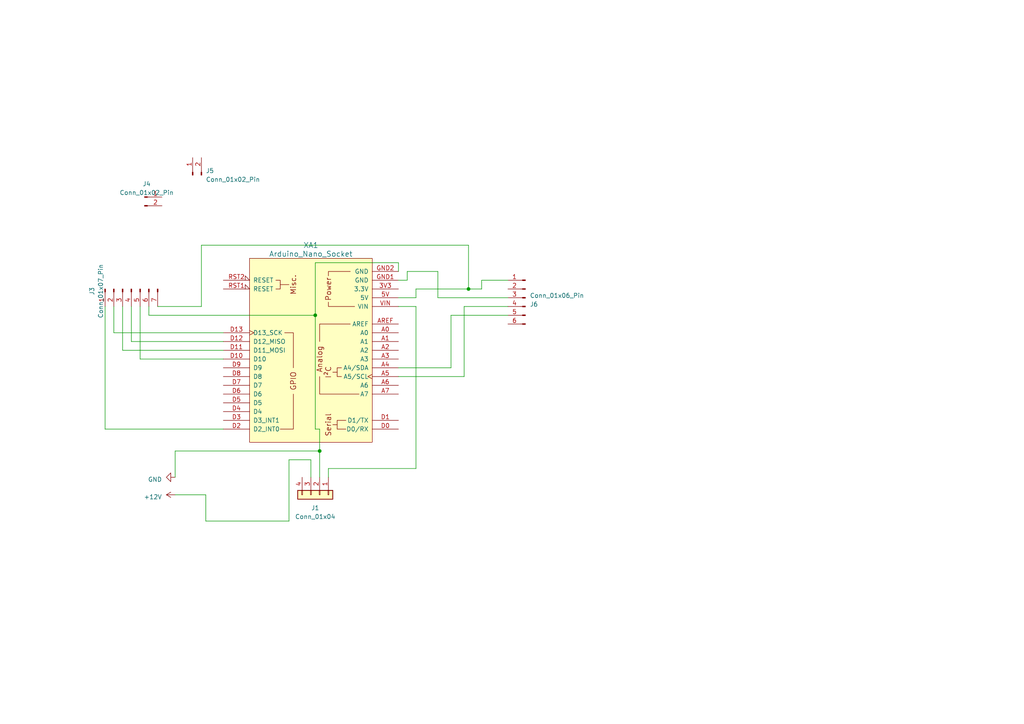
<source format=kicad_sch>
(kicad_sch (version 20230121) (generator eeschema)
  (paper "A4")
  (lib_symbols
    (symbol "Connector:Conn_01x02_Pin" (pin_names (offset 1.016) hide)
      (property "Reference" "J" (at 0 2.54 0))
      (property "Value" "Conn_01x02_Pin" (at 0 -5.08 0))
      (symbol "Conn_01x02_Pin_1_1"
        (polyline (pts (xy 1.27 -2.54) (xy 0.8636 -2.54)) (stroke (width 0.1524)))
        (polyline (pts (xy 1.27 0) (xy 0.8636 0)) (stroke (width 0.1524)))
        (rectangle (start 0.8636 -2.413) (end 0 -2.667) (stroke (width 0.1524)) (fill (type outline)))
        (rectangle (start 0.8636 0.127) (end 0 -0.127) (stroke (width 0.1524)) (fill (type outline)))
        (pin passive line (at 5.08 0 180) (length 3.81) (name "Pin_1") (number "1"))
        (pin passive line (at 5.08 -2.54 180) (length 3.81) (name "Pin_2") (number "2"))
      )
    )
    (symbol "Connector:Conn_01x06_Pin" (pin_names (offset 1.016) hide)
      (property "Reference" "J" (at 0 7.62 0))
      (property "Value" "Conn_01x06_Pin" (at 0 -10.16 0))
      (symbol "Conn_01x06_Pin_1_1"
        (polyline (pts (xy 1.27 -7.62) (xy 0.8636 -7.62)) (stroke (width 0.1524)))
        (polyline (pts (xy 1.27 -5.08) (xy 0.8636 -5.08)) (stroke (width 0.1524)))
        (polyline (pts (xy 1.27 -2.54) (xy 0.8636 -2.54)) (stroke (width 0.1524)))
        (polyline (pts (xy 1.27 0) (xy 0.8636 0)) (stroke (width 0.1524)))
        (polyline (pts (xy 1.27 2.54) (xy 0.8636 2.54)) (stroke (width 0.1524)))
        (polyline (pts (xy 1.27 5.08) (xy 0.8636 5.08)) (stroke (width 0.1524)))
        (rectangle (start 0.8636 -7.493) (end 0 -7.747) (stroke (width 0.1524)) (fill (type outline)))
        (rectangle (start 0.8636 -4.953) (end 0 -5.207) (stroke (width 0.1524)) (fill (type outline)))
        (rectangle (start 0.8636 -2.413) (end 0 -2.667) (stroke (width 0.1524)) (fill (type outline)))
        (rectangle (start 0.8636 0.127) (end 0 -0.127) (stroke (width 0.1524)) (fill (type outline)))
        (rectangle (start 0.8636 2.667) (end 0 2.413) (stroke (width 0.1524)) (fill (type outline)))
        (rectangle (start 0.8636 5.207) (end 0 4.953) (stroke (width 0.1524)) (fill (type outline)))
        (pin passive line (at 5.08 5.08 180) (length 3.81) (name "Pin_1") (number "1"))
        (pin passive line (at 5.08 2.54 180) (length 3.81) (name "Pin_2") (number "2"))
        (pin passive line (at 5.08 0 180) (length 3.81) (name "Pin_3") (number "3"))
        (pin passive line (at 5.08 -2.54 180) (length 3.81) (name "Pin_4") (number "4"))
        (pin passive line (at 5.08 -5.08 180) (length 3.81) (name "Pin_5") (number "5"))
        (pin passive line (at 5.08 -7.62 180) (length 3.81) (name "Pin_6") (number "6"))
      )
    )
    (symbol "Connector:Conn_01x07_Pin" (pin_names (offset 1.016) hide)
      (property "Reference" "J" (at 0 10.16 0))
      (property "Value" "Conn_01x07_Pin" (at 0 -10.16 0))
      (symbol "Conn_01x07_Pin_1_1"
        (polyline (pts (xy 1.27 -7.62) (xy 0.8636 -7.62)) (stroke (width 0.1524)))
        (polyline (pts (xy 1.27 -5.08) (xy 0.8636 -5.08)) (stroke (width 0.1524)))
        (polyline (pts (xy 1.27 -2.54) (xy 0.8636 -2.54)) (stroke (width 0.1524)))
        (polyline (pts (xy 1.27 0) (xy 0.8636 0)) (stroke (width 0.1524)))
        (polyline (pts (xy 1.27 2.54) (xy 0.8636 2.54)) (stroke (width 0.1524)))
        (polyline (pts (xy 1.27 5.08) (xy 0.8636 5.08)) (stroke (width 0.1524)))
        (polyline (pts (xy 1.27 7.62) (xy 0.8636 7.62)) (stroke (width 0.1524)))
        (rectangle (start 0.8636 -7.493) (end 0 -7.747) (stroke (width 0.1524)) (fill (type outline)))
        (rectangle (start 0.8636 -4.953) (end 0 -5.207) (stroke (width 0.1524)) (fill (type outline)))
        (rectangle (start 0.8636 -2.413) (end 0 -2.667) (stroke (width 0.1524)) (fill (type outline)))
        (rectangle (start 0.8636 0.127) (end 0 -0.127) (stroke (width 0.1524)) (fill (type outline)))
        (rectangle (start 0.8636 2.667) (end 0 2.413) (stroke (width 0.1524)) (fill (type outline)))
        (rectangle (start 0.8636 5.207) (end 0 4.953) (stroke (width 0.1524)) (fill (type outline)))
        (rectangle (start 0.8636 7.747) (end 0 7.493) (stroke (width 0.1524)) (fill (type outline)))
        (pin passive line (at 5.08 7.62 180) (length 3.81) (name "Pin_1") (number "1"))
        (pin passive line (at 5.08 5.08 180) (length 3.81) (name "Pin_2") (number "2"))
        (pin passive line (at 5.08 2.54 180) (length 3.81) (name "Pin_3") (number "3"))
        (pin passive line (at 5.08 0 180) (length 3.81) (name "Pin_4") (number "4"))
        (pin passive line (at 5.08 -2.54 180) (length 3.81) (name "Pin_5") (number "5"))
        (pin passive line (at 5.08 -5.08 180) (length 3.81) (name "Pin_6") (number "6"))
        (pin passive line (at 5.08 -7.62 180) (length 3.81) (name "Pin_7") (number "7"))
      )
    )
    (symbol "Connector_Generic:Conn_01x04" (pin_names (offset 1.016) hide)
      (property "Reference" "J" (at 0 5.08 0))
      (property "Value" "Conn_01x04" (at 0 -7.62 0))
      (symbol "Conn_01x04_1_1"
        (rectangle (start -1.27 -4.953) (end 0 -5.207) (stroke (width 0.1524)))
        (rectangle (start -1.27 -2.413) (end 0 -2.667) (stroke (width 0.1524)))
        (rectangle (start -1.27 0.127) (end 0 -0.127) (stroke (width 0.1524)))
        (rectangle (start -1.27 2.667) (end 0 2.413) (stroke (width 0.1524)))
        (rectangle (start -1.27 3.81) (end 1.27 -6.35) (stroke (width 0.254)) (fill (type background)))
        (pin passive line (at -5.08 2.54 0) (length 3.81) (name "Pin_1") (number "1"))
        (pin passive line (at -5.08 0 0) (length 3.81) (name "Pin_2") (number "2"))
        (pin passive line (at -5.08 -2.54 0) (length 3.81) (name "Pin_3") (number "3"))
        (pin passive line (at -5.08 -5.08 0) (length 3.81) (name "Pin_4") (number "4"))
      )
    )
    (symbol "arduino-library:Arduino_Nano_Socket" (pin_names (offset 1.016))
      (property "Reference" "XA" (at 0 33.02 0))
      (property "Value" "Arduino_Nano_Socket" (at 0 29.21 0))
      (symbol "Arduino_Nano_Socket_0_0"
        (rectangle (start -17.78 26.67) (end 17.78 -26.67) (fill (type background)))
        (polyline (pts (xy -7.62 6.35) (xy -6.35 6.35)))
        (polyline (pts (xy -7.62 21.59) (xy -6.35 21.59)))
        (polyline (pts (xy 8.89 -19.05) (xy 6.35 -19.05)))
        (polyline (pts (xy -11.43 -22.86) (xy -5.08 -22.86) (xy -5.08 -21.59)))
        (polyline (pts (xy -5.08 -13.97) (xy -5.08 -12.7) (xy -12.7 -12.7)))
        (polyline (pts (xy -10.16 22.86) (xy -7.62 22.86) (xy -7.62 20.32) (xy -10.16 20.32)))
        (polyline (pts (xy -8.89 7.62) (xy -7.62 7.62) (xy -7.62 5.08) (xy -8.89 5.08)))
        (text "Analog" (at -2.54 2.54 900) (effects (font (size 1.524 1.524))))
        (text "I²C" (at -5.08 6.35 900) (effects (font (size 1.524 1.524))))
        (text "Misc." (at 5.08 -19.05 900) (effects (font (size 1.524 1.524))))
        (text "Power" (at -5.08 -17.78 900) (effects (font (size 1.524 1.524))))
        (text "Serial" (at -5.08 21.59 900) (effects (font (size 1.524 1.524))))
      )
      (symbol "Arduino_Nano_Socket_0_1"
        (polyline (pts (xy -13.97 12.7) (xy -2.54 12.7) (xy -2.54 7.62)))
        (polyline (pts (xy -11.43 -7.62) (xy -2.54 -7.62) (xy -2.54 -2.54)))
        (polyline (pts (xy 7.62 -5.08) (xy 5.08 -5.08) (xy 5.08 5.08)))
        (polyline (pts (xy 8.89 22.86) (xy 5.08 22.86) (xy 5.08 12.7)))
        (polyline (pts (xy 10.16 -17.78) (xy 8.89 -17.78) (xy 8.89 -20.32) (xy 10.16 -20.32)))
      )
      (symbol "Arduino_Nano_Socket_1_0"
        (text "GPIO" (at 5.08 8.89 900) (effects (font (size 1.524 1.524))))
      )
      (symbol "Arduino_Nano_Socket_1_1"
        (pin power_out line (at -25.4 -17.78 0) (length 7.62) (name "3.3V") (number "3V3"))
        (pin power_in line (at -25.4 -15.24 0) (length 7.62) (name "5V") (number "5V"))
        (pin bidirectional line (at -25.4 -5.08 0) (length 7.62) (name "A0") (number "A0"))
        (pin bidirectional line (at -25.4 -2.54 0) (length 7.62) (name "A1") (number "A1"))
        (pin bidirectional line (at -25.4 0 0) (length 7.62) (name "A2") (number "A2"))
        (pin bidirectional line (at -25.4 2.54 0) (length 7.62) (name "A3") (number "A3"))
        (pin bidirectional line (at -25.4 5.08 0) (length 7.62) (name "A4/SDA") (number "A4"))
        (pin bidirectional clock (at -25.4 7.62 0) (length 7.62) (name "A5/SCL") (number "A5"))
        (pin input line (at -25.4 10.16 0) (length 7.62) (name "A6") (number "A6"))
        (pin input line (at -25.4 12.7 0) (length 7.62) (name "A7") (number "A7"))
        (pin input line (at -25.4 -7.62 0) (length 7.62) (name "AREF") (number "AREF"))
        (pin bidirectional line (at -25.4 22.86 0) (length 7.62) (name "D0/RX") (number "D0"))
        (pin bidirectional line (at -25.4 20.32 0) (length 7.62) (name "D1/TX") (number "D1"))
        (pin bidirectional line (at 25.4 2.54 180) (length 7.62) (name "D10") (number "D10"))
        (pin bidirectional line (at 25.4 0 180) (length 7.62) (name "D11_MOSI") (number "D11"))
        (pin bidirectional line (at 25.4 -2.54 180) (length 7.62) (name "D12_MISO") (number "D12"))
        (pin bidirectional clock (at 25.4 -5.08 180) (length 7.62) (name "D13_SCK") (number "D13"))
        (pin bidirectional line (at 25.4 22.86 180) (length 7.62) (name "D2_INT0") (number "D2"))
        (pin bidirectional line (at 25.4 20.32 180) (length 7.62) (name "D3_INT1") (number "D3"))
        (pin bidirectional line (at 25.4 17.78 180) (length 7.62) (name "D4") (number "D4"))
        (pin bidirectional line (at 25.4 15.24 180) (length 7.62) (name "D5") (number "D5"))
        (pin bidirectional line (at 25.4 12.7 180) (length 7.62) (name "D6") (number "D6"))
        (pin bidirectional line (at 25.4 10.16 180) (length 7.62) (name "D7") (number "D7"))
        (pin bidirectional line (at 25.4 7.62 180) (length 7.62) (name "D8") (number "D8"))
        (pin bidirectional line (at 25.4 5.08 180) (length 7.62) (name "D9") (number "D9"))
        (pin power_in line (at -25.4 -20.32 0) (length 7.62) (name "GND") (number "GND1"))
        (pin power_in line (at -25.4 -22.86 0) (length 7.62) (name "GND") (number "GND2"))
        (pin open_collector input_low (at 25.4 -17.78 180) (length 7.62) (name "RESET") (number "RST1"))
        (pin open_collector input_low (at 25.4 -20.32 180) (length 7.62) (name "RESET") (number "RST2"))
        (pin power_in line (at -25.4 -12.7 0) (length 7.62) (name "VIN") (number "VIN"))
      )
    )
    (symbol "power:+12V" (power) (pin_names (offset 0))
      (property "Value" "+12V" (at 0 3.556 0))
      (symbol "+12V_0_1"
        (polyline (pts (xy -0.762 1.27) (xy 0 2.54)))
        (polyline (pts (xy 0 0) (xy 0 2.54)))
        (polyline (pts (xy 0 2.54) (xy 0.762 1.27)))
      )
      (symbol "+12V_1_1"
        (pin power_in line (at 0 0 90) (length 0) hide (name "+12V") (number "1"))
      )
    )
    (symbol "power:GND" (power) (pin_names (offset 0))
      (property "Value" "GND" (at 0 -3.81 0))
      (symbol "GND_0_1"
        (polyline (pts (xy 0 0) (xy 0 -1.27) (xy 1.27 -1.27) (xy 0 -2.54) (xy -1.27 -1.27) (xy 0 -1.27)))
      )
      (symbol "GND_1_1"
        (pin power_in line (at 0 0 270) (length 0) hide (name "GND") (number "1"))
      )
    )
  )
  (junction (at 91.44 91.44))
  (junction (at 92.71 130.81))
  (junction (at 135.89 83.82))
  (wire (pts (xy 95.25 138.43) (xy 95.25 135.89)))
  (wire (pts (xy 115.57 81.28) (xy 118.11 81.28)))
  (wire (pts (xy 30.48 124.46) (xy 64.77 124.46)))
  (wire (pts (xy 92.71 124.46) (xy 91.44 124.46)))
  (wire (pts (xy 50.8 138.43) (xy 50.8 130.81)))
  (wire (pts (xy 120.65 83.82) (xy 135.89 83.82)))
  (wire (pts (xy 115.57 109.22) (xy 134.62 109.22)))
  (wire (pts (xy 33.02 88.9) (xy 33.02 96.52)))
  (wire (pts (xy 83.82 133.35) (xy 83.82 151.13)))
  (wire (pts (xy 130.81 91.44) (xy 147.32 91.44)))
  (wire (pts (xy 38.1 99.06) (xy 64.77 99.06)))
  (wire (pts (xy 40.64 104.14) (xy 64.77 104.14)))
  (wire (pts (xy 92.71 124.46) (xy 92.71 130.81)))
  (wire (pts (xy 139.7 81.28) (xy 147.32 81.28)))
  (wire (pts (xy 115.57 76.2) (xy 115.57 78.74)))
  (wire (pts (xy 115.57 86.36) (xy 120.65 86.36)))
  (wire (pts (xy 58.42 71.12) (xy 135.89 71.12)))
  (wire (pts (xy 118.11 78.74) (xy 127 78.74)))
  (wire (pts (xy 35.56 88.9) (xy 35.56 101.6)))
  (wire (pts (xy 91.44 91.44) (xy 91.44 76.2)))
  (wire (pts (xy 50.8 130.81) (xy 92.71 130.81)))
  (wire (pts (xy 130.81 106.68) (xy 130.81 91.44)))
  (wire (pts (xy 115.57 106.68) (xy 130.81 106.68)))
  (wire (pts (xy 35.56 101.6) (xy 64.77 101.6)))
  (wire (pts (xy 45.72 88.9) (xy 58.42 88.9)))
  (wire (pts (xy 95.25 135.89) (xy 120.65 135.89)))
  (wire (pts (xy 43.18 88.9) (xy 43.18 91.44)))
  (wire (pts (xy 120.65 135.89) (xy 120.65 88.9)))
  (wire (pts (xy 134.62 88.9) (xy 147.32 88.9)))
  (wire (pts (xy 59.69 151.13) (xy 83.82 151.13)))
  (wire (pts (xy 50.8 143.51) (xy 59.69 143.51)))
  (wire (pts (xy 135.89 83.82) (xy 139.7 83.82)))
  (wire (pts (xy 135.89 71.12) (xy 135.89 83.82)))
  (wire (pts (xy 83.82 133.35) (xy 90.17 133.35)))
  (wire (pts (xy 127 78.74) (xy 127 86.36)))
  (wire (pts (xy 91.44 76.2) (xy 115.57 76.2)))
  (wire (pts (xy 33.02 96.52) (xy 64.77 96.52)))
  (wire (pts (xy 134.62 109.22) (xy 134.62 88.9)))
  (wire (pts (xy 30.48 88.9) (xy 30.48 124.46)))
  (wire (pts (xy 120.65 86.36) (xy 120.65 83.82)))
  (wire (pts (xy 91.44 124.46) (xy 91.44 91.44)))
  (wire (pts (xy 92.71 130.81) (xy 92.71 138.43)))
  (wire (pts (xy 43.18 91.44) (xy 91.44 91.44)))
  (wire (pts (xy 40.64 88.9) (xy 40.64 104.14)))
  (wire (pts (xy 120.65 88.9) (xy 115.57 88.9)))
  (wire (pts (xy 118.11 81.28) (xy 118.11 78.74)))
  (wire (pts (xy 90.17 133.35) (xy 90.17 138.43)))
  (wire (pts (xy 139.7 83.82) (xy 139.7 81.28)))
  (wire (pts (xy 58.42 88.9) (xy 58.42 71.12)))
  (wire (pts (xy 59.69 143.51) (xy 59.69 151.13)))
  (wire (pts (xy 127 86.36) (xy 147.32 86.36)))
  (wire (pts (xy 38.1 88.9) (xy 38.1 99.06)))
  (symbol (lib_id "power:+12V") (at 50.8 143.51 90) (unit 1)
    (property "Reference" "#PWR02" (effects hide))
    (property "Value" "+12V" (at 46.99 144.145 90) (effects (justify left)))
  )
  (symbol (lib_id "Connector_Generic:Conn_01x04") (at 92.71 143.51 270) (unit 1)
    (property "Reference" "J1" (at 91.44 147.32 90))
    (property "Value" "Conn_01x04" (at 91.44 149.86 90))
    (property "Footprint" "Connector_PinSocket_2.54mm:PinSocket_1x04_P2.54mm_Vertical" (effects hide))
  )
  (symbol (lib_id "power:GND") (at 50.8 138.43 270) (unit 1)
    (property "Reference" "#PWR01" (effects hide))
    (property "Value" "GND" (at 46.99 139.065 90) (effects (justify right)))
  )
  (symbol (lib_id "arduino-library:Arduino_Nano_Socket") (at 90.17 101.6 180) (unit 1)
    (property "Reference" "XA1" (at 90.17 71.12 0) (effects (font (size 1.524 1.524))))
    (property "Value" "Arduino_Nano_Socket" (at 90.17 73.66 0) (effects (font (size 1.524 1.524))))
    (property "Footprint" "Library:Arduino_Nano_Socket" (effects hide))
    (property "Datasheet" "https://docs.arduino.cc/hardware/nano" (effects hide))
  )
  (symbol (lib_id "Connector:Conn_01x06_Pin") (at 152.4 86.36 0) (mirror y) (unit 1)
    (property "Reference" "J6" (at 153.67 88.265 0) (effects (justify right)))
    (property "Value" "Conn_01x06_Pin" (at 153.67 85.725 0) (effects (justify right)))
    (property "Footprint" "Connector_PinHeader_2.54mm:PinHeader_1x06_P2.54mm_Vertical" (effects hide))
  )
  (symbol (lib_id "Connector:Conn_01x02_Pin") (at 41.91 57.15 0) (unit 1)
    (property "Reference" "J4" (at 42.545 53.34 0))
    (property "Value" "Conn_01x02_Pin" (at 42.545 55.88 0))
    (property "Footprint" "Connector_PinHeader_2.54mm:PinHeader_1x02_P2.54mm_Vertical" (effects hide))
  )
  (symbol (lib_id "Connector:Conn_01x07_Pin") (at 38.1 83.82 90) (mirror x) (unit 1)
    (property "Reference" "J3" (at 26.67 84.455 0))
    (property "Value" "Conn_01x07_Pin" (at 29.21 84.455 0))
    (property "Footprint" "Library:PinHeader_1x07_P2.54mm_Vertical" (effects hide))
  )
  (symbol (lib_id "Connector:Conn_01x02_Pin") (at 55.88 50.8 90) (unit 1)
    (property "Reference" "J5" (at 59.69 49.53 90) (effects (justify right)))
    (property "Value" "Conn_01x02_Pin" (at 59.69 52.07 90) (effects (justify right)))
    (property "Footprint" "Connector_PinHeader_2.54mm:PinHeader_1x02_P2.54mm_Vertical" (effects hide))
  )
)
</source>
